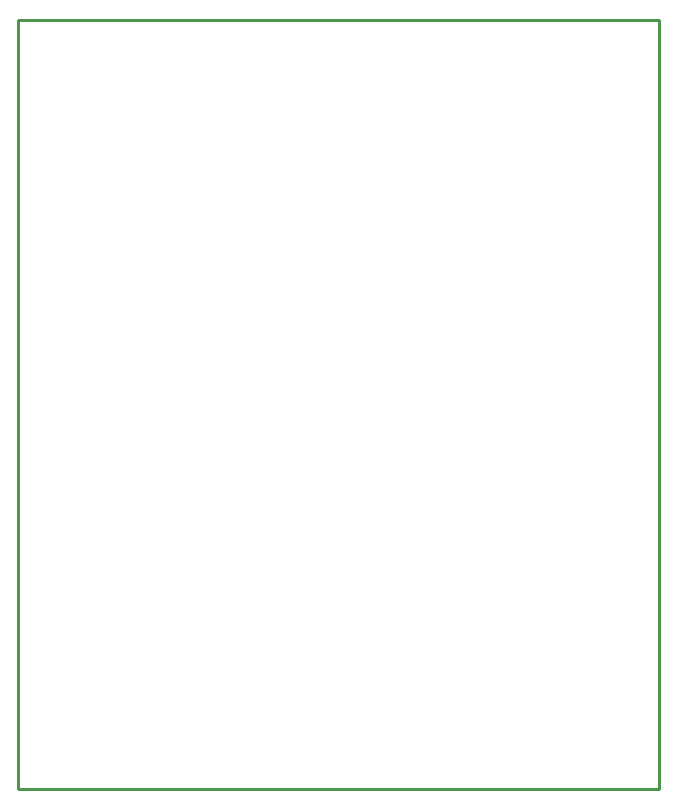
<source format=gko>
G04 Layer_Color=16711935*
%FSAX25Y25*%
%MOIN*%
G70*
G01*
G75*
%ADD12C,0.01000*%
D12*
X0185200Y0117300D02*
Y0373600D01*
Y0117300D02*
X0398900D01*
Y0373600D01*
X0185200D02*
X0398900D01*
M02*

</source>
